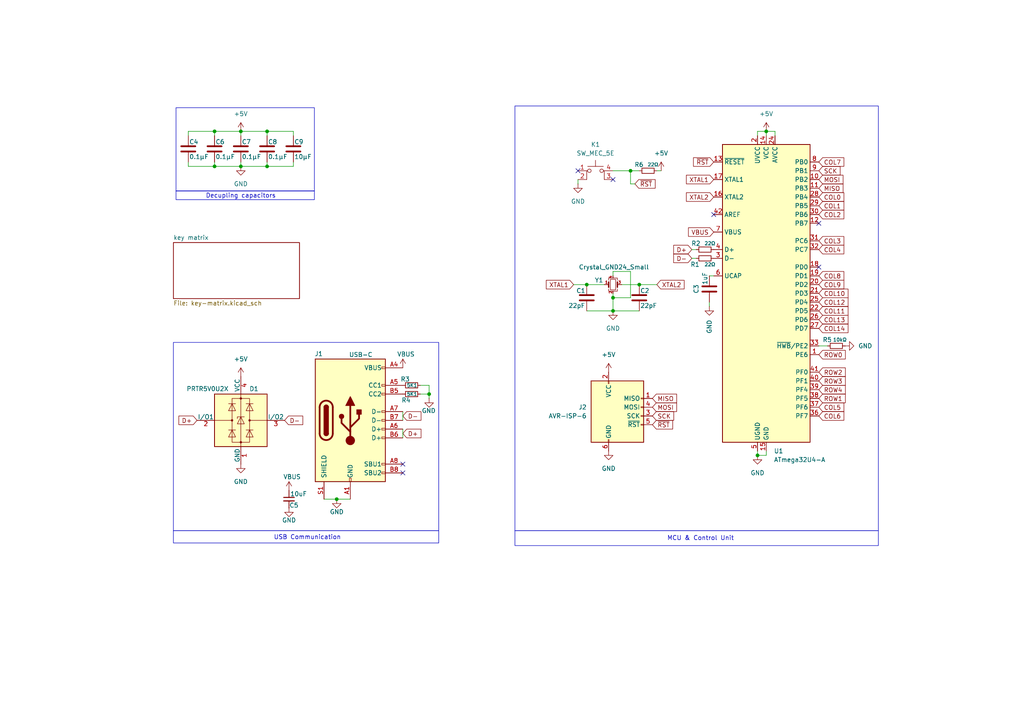
<source format=kicad_sch>
(kicad_sch (version 20231120) (generator "eeschema") (generator_version "8.0")
  (paper "A4")
  (lib_symbols
    (symbol "Connector:AVR-ISP-6" (pin_names (offset 1.016))
      (property "Reference" "J" (at -6.35 11.43 0))
      (property "Value" "AVR-ISP-6" (at 0 11.43 0))
      (symbol "AVR-ISP-6_0_1"
        (rectangle (start -2.667 -6.858) (end -2.413 -7.62))
        (rectangle (start -2.667 10.16) (end -2.413 9.398))
        (rectangle (start 7.62 -2.413) (end 6.858 -2.667))
        (rectangle (start 7.62 0.127) (end 6.858 -0.127))
        (rectangle (start 7.62 2.667) (end 6.858 2.413))
        (rectangle (start 7.62 5.207) (end 6.858 4.953))
        (rectangle (start 7.62 10.16) (end -7.62 -7.62) (stroke (width 0.254)) (fill (type background)))
      )
      (symbol "AVR-ISP-6_1_1"
        (pin passive line (at 10.16 5.08 180) (length 2.54) (name "MISO") (number "1"))
        (pin passive line (at -2.54 12.7 270) (length 2.54) (name "VCC") (number "2"))
        (pin passive line (at 10.16 0 180) (length 2.54) (name "SCK") (number "3"))
        (pin passive line (at 10.16 2.54 180) (length 2.54) (name "MOSI") (number "4"))
        (pin passive line (at 10.16 -2.54 180) (length 2.54) (name "~{RST}") (number "5"))
        (pin passive line (at -2.54 -10.16 90) (length 2.54) (name "GND") (number "6"))
      )
    )
    (symbol "Connector:USB_C_Receptacle_USB2.0" (pin_names (offset 1.016))
      (property "Reference" "J" (at -10.16 19.05 0))
      (property "Value" "USB_C_Receptacle_USB2.0" (at 19.05 19.05 0))
      (symbol "USB_C_Receptacle_USB2.0_0_0"
        (rectangle (start -0.254 -17.78) (end 0.254 -16.764))
        (rectangle (start 10.16 -14.986) (end 9.144 -15.494))
        (rectangle (start 10.16 -12.446) (end 9.144 -12.954))
        (rectangle (start 10.16 -4.826) (end 9.144 -5.334))
        (rectangle (start 10.16 -2.286) (end 9.144 -2.794))
        (rectangle (start 10.16 0.254) (end 9.144 -0.254))
        (rectangle (start 10.16 2.794) (end 9.144 2.286))
        (rectangle (start 10.16 7.874) (end 9.144 7.366))
        (rectangle (start 10.16 10.414) (end 9.144 9.906))
        (rectangle (start 10.16 15.494) (end 9.144 14.986))
      )
      (symbol "USB_C_Receptacle_USB2.0_0_1"
        (rectangle (start -10.16 17.78) (end 10.16 -17.78) (stroke (width 0.254)) (fill (type background)))
        (arc (start -8.89 -3.81) (mid -6.985 -5.7067) (end -5.08 -3.81) (stroke (width 0.508)))
        (arc (start -7.62 -3.81) (mid -6.985 -4.4423) (end -6.35 -3.81) (stroke (width 0.254)))
        (arc (start -7.62 -3.81) (mid -6.985 -4.4423) (end -6.35 -3.81) (stroke (width 0.254)) (fill (type outline)))
        (rectangle (start -7.62 -3.81) (end -6.35 3.81) (stroke (width 0.254)) (fill (type outline)))
        (arc (start -6.35 3.81) (mid -6.985 4.4423) (end -7.62 3.81) (stroke (width 0.254)))
        (arc (start -6.35 3.81) (mid -6.985 4.4423) (end -7.62 3.81) (stroke (width 0.254)) (fill (type outline)))
        (arc (start -5.08 3.81) (mid -6.985 5.7067) (end -8.89 3.81) (stroke (width 0.508)))
        (circle (center -2.54 1.143) (radius 0.635) (stroke (width 0.254)) (fill (type outline)))
        (circle (center 0 -5.842) (radius 1.27) (fill (type outline)))
        (polyline (pts (xy -8.89 -3.81) (xy -8.89 3.81)) (stroke (width 0.508)))
        (polyline (pts (xy -5.08 3.81) (xy -5.08 -3.81)) (stroke (width 0.508)))
        (polyline (pts (xy 0 -5.842) (xy 0 4.318)) (stroke (width 0.508)))
        (polyline (pts (xy 0 -3.302) (xy -2.54 -0.762) (xy -2.54 0.508)) (stroke (width 0.508)))
        (polyline (pts (xy 0 -2.032) (xy 2.54 0.508) (xy 2.54 1.778)) (stroke (width 0.508)))
        (polyline (pts (xy -1.27 4.318) (xy 0 6.858) (xy 1.27 4.318) (xy -1.27 4.318)) (stroke (width 0.254)) (fill (type outline)))
        (rectangle (start 1.905 1.778) (end 3.175 3.048) (stroke (width 0.254)) (fill (type outline)))
      )
      (symbol "USB_C_Receptacle_USB2.0_1_1"
        (pin passive line (at 0 -22.86 90) (length 5.08) (name "GND") (number "A1"))
        (pin passive line (at 0 -22.86 90) (length 5.08) hide (name "GND") (number "A12"))
        (pin passive line (at 15.24 15.24 180) (length 5.08) (name "VBUS") (number "A4"))
        (pin bidirectional line (at 15.24 10.16 180) (length 5.08) (name "CC1") (number "A5"))
        (pin bidirectional line (at 15.24 -2.54 180) (length 5.08) (name "D+") (number "A6"))
        (pin bidirectional line (at 15.24 2.54 180) (length 5.08) (name "D-") (number "A7"))
        (pin bidirectional line (at 15.24 -12.7 180) (length 5.08) (name "SBU1") (number "A8"))
        (pin passive line (at 15.24 15.24 180) (length 5.08) hide (name "VBUS") (number "A9"))
        (pin passive line (at 0 -22.86 90) (length 5.08) hide (name "GND") (number "B1"))
        (pin passive line (at 0 -22.86 90) (length 5.08) hide (name "GND") (number "B12"))
        (pin passive line (at 15.24 15.24 180) (length 5.08) hide (name "VBUS") (number "B4"))
        (pin bidirectional line (at 15.24 7.62 180) (length 5.08) (name "CC2") (number "B5"))
        (pin bidirectional line (at 15.24 -5.08 180) (length 5.08) (name "D+") (number "B6"))
        (pin bidirectional line (at 15.24 0 180) (length 5.08) (name "D-") (number "B7"))
        (pin bidirectional line (at 15.24 -15.24 180) (length 5.08) (name "SBU2") (number "B8"))
        (pin passive line (at 15.24 15.24 180) (length 5.08) hide (name "VBUS") (number "B9"))
        (pin passive line (at -7.62 -22.86 90) (length 5.08) (name "SHIELD") (number "S1"))
      )
    )
    (symbol "Device:C" (pin_numbers hide) (pin_names (offset 0.254))
      (property "Reference" "C" (at 0.635 2.54 0))
      (property "Value" "C" (at 0.635 -2.54 0))
      (symbol "C_0_1"
        (polyline (pts (xy -2.032 -0.762) (xy 2.032 -0.762)) (stroke (width 0.508)))
        (polyline (pts (xy -2.032 0.762) (xy 2.032 0.762)) (stroke (width 0.508)))
      )
      (symbol "C_1_1"
        (pin passive line (at 0 3.81 270) (length 2.794) (name "~") (number "1"))
        (pin passive line (at 0 -3.81 90) (length 2.794) (name "~") (number "2"))
      )
    )
    (symbol "Device:C_Small" (pin_numbers hide) (pin_names (offset 0.254) hide)
      (property "Reference" "C" (at 0.254 1.778 0))
      (property "Value" "C_Small" (at 0.254 -2.032 0))
      (symbol "C_Small_0_1"
        (polyline (pts (xy -1.524 -0.508) (xy 1.524 -0.508)) (stroke (width 0.3302)))
        (polyline (pts (xy -1.524 0.508) (xy 1.524 0.508)) (stroke (width 0.3048)))
      )
      (symbol "C_Small_1_1"
        (pin passive line (at 0 2.54 270) (length 2.032) (name "~") (number "1"))
        (pin passive line (at 0 -2.54 90) (length 2.032) (name "~") (number "2"))
      )
    )
    (symbol "Device:Crystal_GND24_Small" (pin_names (offset 1.016) hide)
      (property "Reference" "Y" (at 1.27 4.445 0))
      (property "Value" "Crystal_GND24_Small" (at 1.27 2.54 0))
      (symbol "Crystal_GND24_Small_0_1"
        (rectangle (start -0.762 -1.524) (end 0.762 1.524))
        (polyline (pts (xy -1.27 -0.762) (xy -1.27 0.762)) (stroke (width 0.381)))
        (polyline (pts (xy 1.27 -0.762) (xy 1.27 0.762)) (stroke (width 0.381)))
        (polyline (pts (xy -1.27 -1.27) (xy -1.27 -1.905) (xy 1.27 -1.905) (xy 1.27 -1.27)))
        (polyline (pts (xy -1.27 1.27) (xy -1.27 1.905) (xy 1.27 1.905) (xy 1.27 1.27)))
      )
      (symbol "Crystal_GND24_Small_1_1"
        (pin passive line (at -2.54 0 0) (length 1.27) (name "1") (number "1"))
        (pin passive line (at 0 -2.54 90) (length 0.635) (name "2") (number "2"))
        (pin passive line (at 2.54 0 180) (length 1.27) (name "3") (number "3"))
        (pin passive line (at 0 2.54 270) (length 0.635) (name "4") (number "4"))
      )
    )
    (symbol "Device:R_Small" (pin_numbers hide) (pin_names (offset 0.254) hide)
      (property "Reference" "R" (at 0.762 0.508 0))
      (property "Value" "R_Small" (at 0.762 -1.016 0))
      (symbol "R_Small_0_1"
        (rectangle (start -0.762 1.778) (end 0.762 -1.778) (stroke (width 0.2032)))
      )
      (symbol "R_Small_1_1"
        (pin passive line (at 0 2.54 270) (length 0.762) (name "~") (number "1"))
        (pin passive line (at 0 -2.54 90) (length 0.762) (name "~") (number "2"))
      )
    )
    (symbol "MCU_Microchip_ATmega:ATmega32U4-A"
      (property "Reference" "U" (at -12.7 44.45 0))
      (property "Value" "ATmega32U4-A" (at 2.54 -44.45 0))
      (symbol "ATmega32U4-A_0_1"
        (rectangle (start -12.7 -43.18) (end 12.7 43.18) (stroke (width 0.254)) (fill (type background)))
      )
      (symbol "ATmega32U4-A_1_1"
        (pin bidirectional line (at 15.24 -17.78 180) (length 2.54) (name "PE6") (number "1"))
        (pin bidirectional line (at 15.24 33.02 180) (length 2.54) (name "PB2") (number "10"))
        (pin bidirectional line (at 15.24 30.48 180) (length 2.54) (name "PB3") (number "11"))
        (pin bidirectional line (at 15.24 20.32 180) (length 2.54) (name "PB7") (number "12"))
        (pin input line (at -15.24 38.1 0) (length 2.54) (name "~{RESET}") (number "13"))
        (pin power_in line (at 0 45.72 270) (length 2.54) (name "VCC") (number "14"))
        (pin power_in line (at 0 -45.72 90) (length 2.54) (name "GND") (number "15"))
        (pin output line (at -15.24 27.94 0) (length 2.54) (name "XTAL2") (number "16"))
        (pin input line (at -15.24 33.02 0) (length 2.54) (name "XTAL1") (number "17"))
        (pin bidirectional line (at 15.24 7.62 180) (length 2.54) (name "PD0") (number "18"))
        (pin bidirectional line (at 15.24 5.08 180) (length 2.54) (name "PD1") (number "19"))
        (pin power_in line (at -2.54 45.72 270) (length 2.54) (name "UVCC") (number "2"))
        (pin bidirectional line (at 15.24 2.54 180) (length 2.54) (name "PD2") (number "20"))
        (pin bidirectional line (at 15.24 0 180) (length 2.54) (name "PD3") (number "21"))
        (pin bidirectional line (at 15.24 -5.08 180) (length 2.54) (name "PD5") (number "22"))
        (pin passive line (at 0 -45.72 90) (length 2.54) hide (name "GND") (number "23"))
        (pin power_in line (at 2.54 45.72 270) (length 2.54) (name "AVCC") (number "24"))
        (pin bidirectional line (at 15.24 -2.54 180) (length 2.54) (name "PD4") (number "25"))
        (pin bidirectional line (at 15.24 -7.62 180) (length 2.54) (name "PD6") (number "26"))
        (pin bidirectional line (at 15.24 -10.16 180) (length 2.54) (name "PD7") (number "27"))
        (pin bidirectional line (at 15.24 27.94 180) (length 2.54) (name "PB4") (number "28"))
        (pin bidirectional line (at 15.24 25.4 180) (length 2.54) (name "PB5") (number "29"))
        (pin bidirectional line (at -15.24 10.16 0) (length 2.54) (name "D-") (number "3"))
        (pin bidirectional line (at 15.24 22.86 180) (length 2.54) (name "PB6") (number "30"))
        (pin bidirectional line (at 15.24 15.24 180) (length 2.54) (name "PC6") (number "31"))
        (pin bidirectional line (at 15.24 12.7 180) (length 2.54) (name "PC7") (number "32"))
        (pin bidirectional line (at 15.24 -15.24 180) (length 2.54) (name "~{HWB}/PE2") (number "33"))
        (pin passive line (at 0 45.72 270) (length 2.54) hide (name "VCC") (number "34"))
        (pin passive line (at 0 -45.72 90) (length 2.54) hide (name "GND") (number "35"))
        (pin bidirectional line (at 15.24 -35.56 180) (length 2.54) (name "PF7") (number "36"))
        (pin bidirectional line (at 15.24 -33.02 180) (length 2.54) (name "PF6") (number "37"))
        (pin bidirectional line (at 15.24 -30.48 180) (length 2.54) (name "PF5") (number "38"))
        (pin bidirectional line (at 15.24 -27.94 180) (length 2.54) (name "PF4") (number "39"))
        (pin bidirectional line (at -15.24 12.7 0) (length 2.54) (name "D+") (number "4"))
        (pin bidirectional line (at 15.24 -25.4 180) (length 2.54) (name "PF1") (number "40"))
        (pin bidirectional line (at 15.24 -22.86 180) (length 2.54) (name "PF0") (number "41"))
        (pin passive line (at -15.24 22.86 0) (length 2.54) (name "AREF") (number "42"))
        (pin passive line (at 0 -45.72 90) (length 2.54) hide (name "GND") (number "43"))
        (pin passive line (at 2.54 45.72 270) (length 2.54) hide (name "AVCC") (number "44"))
        (pin passive line (at -2.54 -45.72 90) (length 2.54) (name "UGND") (number "5"))
        (pin passive line (at -15.24 5.08 0) (length 2.54) (name "UCAP") (number "6"))
        (pin input line (at -15.24 17.78 0) (length 2.54) (name "VBUS") (number "7"))
        (pin bidirectional line (at 15.24 38.1 180) (length 2.54) (name "PB0") (number "8"))
        (pin bidirectional line (at 15.24 35.56 180) (length 2.54) (name "PB1") (number "9"))
      )
    )
    (symbol "Power_Protection:PRTR5V0U2X" (pin_names (offset 0))
      (property "Reference" "D" (at 2.794 8.636 0))
      (property "Value" "PRTR5V0U2X" (at 8.128 -9.398 0))
      (symbol "PRTR5V0U2X_0_1"
        (rectangle (start -7.62 -7.62) (end 7.62 7.62) (stroke (width 0.254)) (fill (type background)))
        (circle (center -2.54 0) (radius 0.254) (fill (type outline)))
        (rectangle (start -2.54 6.35) (end 2.54 -6.35))
        (circle (center 0 -6.35) (radius 0.254) (fill (type outline)))
        (polyline (pts (xy -2.54 0) (xy -7.62 0)))
        (polyline (pts (xy -1.524 -2.794) (xy -3.556 -2.794)))
        (polyline (pts (xy -1.524 4.826) (xy -3.556 4.826)))
        (polyline (pts (xy 0 -7.62) (xy 0 7.62)))
        (polyline (pts (xy 1.524 -2.794) (xy 3.556 -2.794)))
        (polyline (pts (xy 1.524 4.826) (xy 3.556 4.826)))
        (polyline (pts (xy 2.54 0) (xy 7.62 0)))
        (polyline (pts (xy 1.016 1.016) (xy -1.016 1.016) (xy -1.016 0.508)))
        (polyline (pts (xy -3.556 -4.826) (xy -1.524 -4.826) (xy -2.54 -2.794) (xy -3.556 -4.826)))
        (polyline (pts (xy -3.556 2.794) (xy -1.524 2.794) (xy -2.54 4.826) (xy -3.556 2.794)))
        (polyline (pts (xy -1.016 -1.016) (xy 1.016 -1.016) (xy 0 1.016) (xy -1.016 -1.016)))
        (polyline (pts (xy 3.556 -4.826) (xy 1.524 -4.826) (xy 2.54 -2.794) (xy 3.556 -4.826)))
        (polyline (pts (xy 3.556 2.794) (xy 1.524 2.794) (xy 2.54 4.826) (xy 3.556 2.794)))
        (circle (center 0 6.35) (radius 0.254) (fill (type outline)))
        (circle (center 2.54 0) (radius 0.254) (fill (type outline)))
      )
      (symbol "PRTR5V0U2X_1_1"
        (pin passive line (at 0 -12.7 90) (length 5.08) (name "GND") (number "1"))
        (pin passive line (at -12.7 0 0) (length 5.08) (name "I/O1") (number "2"))
        (pin passive line (at 12.7 0 180) (length 5.08) (name "I/O2") (number "3"))
        (pin passive line (at 0 12.7 270) (length 5.08) (name "VCC") (number "4"))
      )
    )
    (symbol "Switch:SW_MEC_5E" (pin_names (offset 1.016) hide)
      (property "Reference" "SW" (at 0.635 5.715 0))
      (property "Value" "SW_MEC_5E" (at 0 -3.175 0))
      (symbol "SW_MEC_5E_0_1"
        (circle (center -1.778 2.54) (radius 0.508))
        (polyline (pts (xy -2.286 3.81) (xy 2.286 3.81)))
        (polyline (pts (xy 0 3.81) (xy 0 5.588)))
        (polyline (pts (xy -2.54 0) (xy -2.54 2.54) (xy -2.286 2.54)))
        (polyline (pts (xy 2.54 0) (xy 2.54 2.54) (xy 2.286 2.54)))
        (circle (center 1.778 2.54) (radius 0.508))
        (pin passive line (at -5.08 2.54 0) (length 2.54) (name "1") (number "1"))
        (pin passive line (at -5.08 0 0) (length 2.54) (name "2") (number "2"))
        (pin passive line (at 5.08 0 180) (length 2.54) (name "K") (number "3"))
        (pin passive line (at 5.08 2.54 180) (length 2.54) (name "A") (number "4"))
      )
    )
    (symbol "power:+5V" (power) (pin_numbers hide) (pin_names (offset 0) hide)
      (property "Value" "+5V" (at 0 3.556 0))
      (symbol "+5V_0_1"
        (polyline (pts (xy -0.762 1.27) (xy 0 2.54)))
        (polyline (pts (xy 0 0) (xy 0 2.54)))
        (polyline (pts (xy 0 2.54) (xy 0.762 1.27)))
      )
      (symbol "+5V_1_1"
        (pin power_in line (at 0 0 90) (length 0) (name "~") (number "1"))
      )
    )
    (symbol "power:GND" (power) (pin_numbers hide) (pin_names (offset 0) hide)
      (property "Value" "GND" (at 0 -3.81 0))
      (symbol "GND_0_1"
        (polyline (pts (xy 0 0) (xy 0 -1.27) (xy 1.27 -1.27) (xy 0 -2.54) (xy -1.27 -1.27) (xy 0 -1.27)))
      )
      (symbol "GND_1_1"
        (pin power_in line (at 0 0 270) (length 0) (name "~") (number "1"))
      )
    )
    (symbol "power:VBUS" (power) (pin_names (offset 0))
      (property "Value" "VBUS" (at 0 3.81 0))
      (symbol "VBUS_0_1"
        (polyline (pts (xy -0.762 1.27) (xy 0 2.54)))
        (polyline (pts (xy 0 0) (xy 0 2.54)))
        (polyline (pts (xy 0 2.54) (xy 0.762 1.27)))
      )
      (symbol "VBUS_1_1"
        (pin power_in line (at 0 0 90) (length 0) hide (name "VBUS") (number "1"))
      )
    )
  )
  (junction (at 222.25 38.1))
  (junction (at 62.23 38.1))
  (junction (at 124.46 114.3))
  (junction (at 177.8 90.17))
  (junction (at 185.42 82.55))
  (junction (at 170.18 82.55))
  (junction (at 97.663 144.78))
  (junction (at 69.85 48.26))
  (junction (at 219.71 132.08))
  (junction (at 77.47 48.26))
  (junction (at 77.47 38.1))
  (junction (at 177.8 86.36))
  (junction (at 182.88 49.53))
  (junction (at 69.85 38.1))
  (junction (at 62.23 48.26))
  (no_connect (at 177.8 52.07))
  (no_connect (at 116.84 134.62))
  (no_connect (at 207.01 62.23))
  (no_connect (at 237.49 77.47))
  (no_connect (at 167.64 49.53))
  (no_connect (at 237.49 64.77))
  (no_connect (at 116.84 137.16))
  (wire (pts (xy 54.61 48.26) (xy 62.23 48.26)))
  (wire (pts (xy 222.25 38.1) (xy 222.25 39.37)))
  (wire (pts (xy 54.61 38.1) (xy 62.23 38.1)))
  (wire (pts (xy 185.42 82.55) (xy 190.5 82.55)))
  (wire (pts (xy 182.88 78.74) (xy 182.88 86.36)))
  (wire (pts (xy 222.25 132.08) (xy 219.71 132.08)))
  (wire (pts (xy 69.85 38.1) (xy 77.47 38.1)))
  (wire (pts (xy 205.74 87.63) (xy 205.74 88.9)))
  (wire (pts (xy 124.46 111.76) (xy 121.92 111.76)))
  (wire (pts (xy 62.23 38.1) (xy 69.85 38.1)))
  (wire (pts (xy 93.98 144.78) (xy 97.663 144.78)))
  (wire (pts (xy 224.79 38.1) (xy 224.79 39.37)))
  (wire (pts (xy 85.09 38.1) (xy 85.09 39.37)))
  (wire (pts (xy 184.15 53.34) (xy 182.88 53.34)))
  (wire (pts (xy 219.71 132.08) (xy 219.71 130.81)))
  (wire (pts (xy 177.8 78.74) (xy 182.88 78.74)))
  (wire (pts (xy 124.46 114.3) (xy 121.92 114.3)))
  (wire (pts (xy 54.61 39.37) (xy 54.61 38.1)))
  (wire (pts (xy 62.23 46.99) (xy 62.23 48.26)))
  (wire (pts (xy 124.46 111.76) (xy 124.46 114.3)))
  (wire (pts (xy 222.25 130.81) (xy 222.25 132.08)))
  (wire (pts (xy 219.71 38.1) (xy 219.71 39.37)))
  (wire (pts (xy 182.88 49.53) (xy 182.88 53.34)))
  (wire (pts (xy 167.64 52.07) (xy 167.64 53.34)))
  (wire (pts (xy 177.8 86.36) (xy 182.88 86.36)))
  (wire (pts (xy 69.85 46.99) (xy 69.85 48.26)))
  (wire (pts (xy 170.18 90.17) (xy 177.8 90.17)))
  (wire (pts (xy 69.85 38.1) (xy 69.85 39.37)))
  (wire (pts (xy 177.8 49.53) (xy 182.88 49.53)))
  (wire (pts (xy 77.47 46.99) (xy 77.47 48.26)))
  (wire (pts (xy 85.09 48.26) (xy 85.09 46.99)))
  (wire (pts (xy 97.663 144.78) (xy 101.6 144.78)))
  (wire (pts (xy 124.46 115.57) (xy 124.46 114.3)))
  (wire (pts (xy 170.18 82.55) (xy 175.26 82.55)))
  (wire (pts (xy 205.74 80.01) (xy 207.01 80.01)))
  (wire (pts (xy 62.23 38.1) (xy 62.23 39.37)))
  (wire (pts (xy 177.8 86.36) (xy 177.8 90.17)))
  (wire (pts (xy 200.66 74.93) (xy 201.93 74.93)))
  (wire (pts (xy 222.25 38.1) (xy 219.71 38.1)))
  (wire (pts (xy 69.85 48.26) (xy 77.47 48.26)))
  (wire (pts (xy 177.8 90.17) (xy 185.42 90.17)))
  (wire (pts (xy 77.47 48.26) (xy 85.09 48.26)))
  (wire (pts (xy 116.84 119.38) (xy 116.84 121.92)))
  (wire (pts (xy 190.5 49.53) (xy 191.77 49.53)))
  (wire (pts (xy 62.23 48.26) (xy 69.85 48.26)))
  (wire (pts (xy 177.8 80.01) (xy 177.8 78.74)))
  (wire (pts (xy 180.34 82.55) (xy 185.42 82.55)))
  (wire (pts (xy 54.61 46.99) (xy 54.61 48.26)))
  (wire (pts (xy 116.84 124.46) (xy 116.84 127)))
  (wire (pts (xy 237.49 100.33) (xy 240.03 100.33)))
  (wire (pts (xy 200.66 72.39) (xy 201.93 72.39)))
  (wire (pts (xy 166.37 82.55) (xy 170.18 82.55)))
  (wire (pts (xy 177.8 85.09) (xy 177.8 86.36)))
  (wire (pts (xy 77.47 38.1) (xy 77.47 39.37)))
  (wire (pts (xy 222.25 38.1) (xy 224.79 38.1)))
  (wire (pts (xy 182.88 49.53) (xy 185.42 49.53)))
  (wire (pts (xy 77.47 38.1) (xy 85.09 38.1)))
  (rectangle (start 51.054 31.242) (end 91.186 55.372))
  (rectangle (start 149.352 153.924) (end 254.762 158.242))
  (rectangle (start 149.352 30.734) (end 254.762 153.924))
  (rectangle (start 50.292 99.314) (end 127.254 153.924))
  (rectangle (start 50.292 153.924) (end 127.254 157.48))
  (rectangle (start 51.054 55.372) (end 91.186 57.912))
  (text "USB Communication" (at 89.154 155.956 0) (effects (font (size 1.27 1.27))))
  (text "Decupling capacitors" (at 69.85 56.896 0) (effects (font (size 1.27 1.27))))
  (text "MCU & Control Unit" (at 203.2 156.21 0) (effects (font (size 1.27 1.27))))
  (global_label "ROW2" (shape input) (at 237.49 107.95 0) (property "Intersheetrefs" "${INTERSHEET_REFS}" (effects (hide yes))))
  (global_label "COL7" (shape input) (at 237.49 46.99 0) (property "Intersheetrefs" "${INTERSHEET_REFS}" (effects (hide yes))))
  (global_label "ROW1" (shape input) (at 237.49 115.57 0) (property "Intersheetrefs" "${INTERSHEET_REFS}" (effects (hide yes))))
  (global_label "ROW0" (shape input) (at 237.49 102.87 0) (property "Intersheetrefs" "${INTERSHEET_REFS}" (effects (hide yes))))
  (global_label "COL3" (shape input) (at 237.49 69.85 0) (property "Intersheetrefs" "${INTERSHEET_REFS}" (effects (hide yes))))
  (global_label "~{RST}" (shape input) (at 189.23 123.19 0) (property "Intersheetrefs" "${INTERSHEET_REFS}" (effects (hide yes))))
  (global_label "D+" (shape input) (at 200.66 72.39 180) (property "Intersheetrefs" "${INTERSHEET_REFS}" (effects (hide yes))))
  (global_label "COL1" (shape input) (at 237.49 59.69 0) (property "Intersheetrefs" "${INTERSHEET_REFS}" (effects (hide yes))))
  (global_label "COL13" (shape input) (at 237.49 92.71 0) (property "Intersheetrefs" "${INTERSHEET_REFS}" (effects (hide yes))))
  (global_label "D-" (shape input) (at 200.66 74.93 180) (property "Intersheetrefs" "${INTERSHEET_REFS}" (effects (hide yes))))
  (global_label "MOSI" (shape input) (at 237.49 52.07 0) (property "Intersheetrefs" "${INTERSHEET_REFS}" (effects (hide yes))))
  (global_label "ROW4" (shape input) (at 237.49 113.03 0) (property "Intersheetrefs" "${INTERSHEET_REFS}" (effects (hide yes))))
  (global_label "COL0" (shape input) (at 237.49 57.15 0) (property "Intersheetrefs" "${INTERSHEET_REFS}" (effects (hide yes))))
  (global_label "~{RST}" (shape input) (at 207.01 46.99 180) (property "Intersheetrefs" "${INTERSHEET_REFS}" (effects (hide yes))))
  (global_label "COL14" (shape input) (at 237.49 95.25 0) (property "Intersheetrefs" "${INTERSHEET_REFS}" (effects (hide yes))))
  (global_label "COL5" (shape input) (at 237.49 118.11 0) (property "Intersheetrefs" "${INTERSHEET_REFS}" (effects (hide yes))))
  (global_label "D+" (shape input) (at 116.84 125.73 0) (property "Intersheetrefs" "${INTERSHEET_REFS}" (effects (hide yes))))
  (global_label "COL2" (shape input) (at 237.49 62.23 0) (property "Intersheetrefs" "${INTERSHEET_REFS}" (effects (hide yes))))
  (global_label "COL8" (shape input) (at 237.49 80.01 0) (property "Intersheetrefs" "${INTERSHEET_REFS}" (effects (hide yes))))
  (global_label "~{RST}" (shape input) (at 184.15 53.34 0) (property "Intersheetrefs" "${INTERSHEET_REFS}" (effects (hide yes))))
  (global_label "MISO" (shape input) (at 189.23 115.57 0) (property "Intersheetrefs" "${INTERSHEET_REFS}" (effects (hide yes))))
  (global_label "COL11" (shape input) (at 237.49 90.17 0) (property "Intersheetrefs" "${INTERSHEET_REFS}" (effects (hide yes))))
  (global_label "MOSI" (shape input) (at 189.23 118.11 0) (property "Intersheetrefs" "${INTERSHEET_REFS}" (effects (hide yes))))
  (global_label "COL12" (shape input) (at 237.49 87.63 0) (property "Intersheetrefs" "${INTERSHEET_REFS}" (effects (hide yes))))
  (global_label "COL10" (shape input) (at 237.49 85.09 0) (property "Intersheetrefs" "${INTERSHEET_REFS}" (effects (hide yes))))
  (global_label "COL6" (shape input) (at 237.49 120.65 0) (property "Intersheetrefs" "${INTERSHEET_REFS}" (effects (hide yes))))
  (global_label "XTAL1" (shape input) (at 166.37 82.55 180) (property "Intersheetrefs" "${INTERSHEET_REFS}" (effects (hide yes))))
  (global_label "XTAL1" (shape input) (at 207.01 52.07 180) (property "Intersheetrefs" "${INTERSHEET_REFS}" (effects (hide yes))))
  (global_label "XTAL2" (shape input) (at 207.01 57.15 180) (property "Intersheetrefs" "${INTERSHEET_REFS}" (effects (hide yes))))
  (global_label "D-" (shape input) (at 82.55 121.92 0) (property "Intersheetrefs" "${INTERSHEET_REFS}" (effects (hide yes))))
  (global_label "SCK" (shape input) (at 237.49 49.53 0) (property "Intersheetrefs" "${INTERSHEET_REFS}" (effects (hide yes))))
  (global_label "COL4" (shape input) (at 237.49 72.39 0) (property "Intersheetrefs" "${INTERSHEET_REFS}" (effects (hide yes))))
  (global_label "MISO" (shape input) (at 237.49 54.61 0) (property "Intersheetrefs" "${INTERSHEET_REFS}" (effects (hide yes))))
  (global_label "SCK" (shape input) (at 189.23 120.65 0) (property "Intersheetrefs" "${INTERSHEET_REFS}" (effects (hide yes))))
  (global_label "D-" (shape input) (at 116.84 120.65 0) (property "Intersheetrefs" "${INTERSHEET_REFS}" (effects (hide yes))))
  (global_label "XTAL2" (shape input) (at 190.5 82.55 0) (property "Intersheetrefs" "${INTERSHEET_REFS}" (effects (hide yes))))
  (global_label "ROW3" (shape input) (at 237.49 110.49 0) (property "Intersheetrefs" "${INTERSHEET_REFS}" (effects (hide yes))))
  (global_label "VBUS" (shape input) (at 207.01 67.31 180) (property "Intersheetrefs" "${INTERSHEET_REFS}" (effects (hide yes))))
  (global_label "D+" (shape input) (at 57.15 121.92 180) (property "Intersheetrefs" "${INTERSHEET_REFS}" (effects (hide yes))))
  (global_label "COL9" (shape input) (at 237.49 82.55 0) (property "Intersheetrefs" "${INTERSHEET_REFS}" (effects (hide yes))))
  (symbol (lib_id "power:+5V") (at 69.85 109.22 0) (unit 1)
    (property "Reference" "#PWR019" (effects (hide yes)))
    (property "Value" "+5V" (at 69.85 104.14 0))
    (property "Description" "Power symbol creates a global label with name \"+5V\"" (effects (hide yes)))
  )
  (symbol (lib_id "Device:C") (at 205.74 83.82 180) (unit 1)
    (property "Reference" "C3" (at 201.93 83.82 90))
    (property "Value" "1uF" (at 204.47 80.772 90))
    (property "Footprint" "Capacitor_SMD:C_0805_2012Metric_Pad1.18x1.45mm_HandSolder" (effects (hide yes)))
    (property "Description" "Unpolarized capacitor" (effects (hide yes)))
  )
  (symbol (lib_id "power:GND") (at 124.46 115.57 0) (unit 1)
    (property "Reference" "#PWR09" (effects (hide yes)))
    (property "Value" "GND" (at 122.301 119.126 0) (effects (justify left)))
  )
  (symbol (lib_id "power:+5V") (at 191.77 49.53 0) (unit 1)
    (property "Reference" "#PWR014" (effects (hide yes)))
    (property "Value" "+5V" (at 191.77 44.45 0))
    (property "Description" "Power symbol creates a global label with name \"+5V\"" (effects (hide yes)))
  )
  (symbol (lib_id "Device:Crystal_GND24_Small") (at 177.8 82.55 0) (unit 1)
    (property "Reference" "Y1" (at 173.736 81.28 0))
    (property "Value" "Crystal_GND24_Small" (at 178.054 77.47 0))
    (property "Footprint" "Crystal:Crystal_HC49-U-3Pin_Vertical" (effects (hide yes)))
    (property "Description" "Four pin crystal, GND on pins 2 and 4, small symbol" (effects (hide yes)))
  )
  (symbol (lib_id "Device:C") (at 77.47 43.18 0) (unit 1)
    (property "Reference" "C8" (at 77.724 41.148 0) (effects (justify left)))
    (property "Value" "0.1μF" (at 77.724 45.466 0) (effects (justify left)))
    (property "Footprint" "Capacitor_SMD:C_0805_2012Metric_Pad1.18x1.45mm_HandSolder" (effects (hide yes)))
    (property "Description" "Unpolarized capacitor" (effects (hide yes)))
  )
  (symbol (lib_id "power:GND") (at 69.85 134.62 0) (unit 1)
    (property "Reference" "#PWR017" (effects (hide yes)))
    (property "Value" "GND" (at 69.85 139.7 0))
    (property "Description" "Power symbol creates a global label with name \"GND\" , ground" (effects (hide yes)))
  )
  (symbol (lib_id "Device:R_Small") (at 204.47 74.93 90) (unit 1)
    (property "Reference" "R1" (at 202.946 76.708 90) (effects (justify left)))
    (property "Value" "22Ω" (at 207.518 76.708 90) (effects (font (size 1 1)) (justify left)))
    (property "Footprint" "Capacitor_SMD:C_0603_1608Metric_Pad1.08x0.95mm_HandSolder" (effects (hide yes)))
  )
  (symbol (lib_id "Device:C") (at 54.61 43.18 0) (unit 1)
    (property "Reference" "C4" (at 54.864 41.148 0) (effects (justify left)))
    (property "Value" "0.1μF" (at 54.864 45.466 0) (effects (justify left)))
    (property "Footprint" "Capacitor_SMD:C_0805_2012Metric_Pad1.18x1.45mm_HandSolder" (effects (hide yes)))
    (property "Description" "Unpolarized capacitor" (effects (hide yes)))
  )
  (symbol (lib_id "power:VBUS") (at 83.82 142.24 0) (unit 1)
    (property "Reference" "#PWR012" (effects (hide yes)))
    (property "Value" "VBUS" (at 84.709 138.303 0))
  )
  (symbol (lib_id "Connector:USB_C_Receptacle_USB2.0") (at 101.6 121.92 0) (unit 1)
    (property "Reference" "J1" (at 92.456 102.616 0))
    (property "Value" "USB-C" (at 104.648 102.87 0))
    (property "Footprint" "KiCad:GSB1C41110SSHR" (effects (hide yes)))
    (property "Datasheet" "https://www.usb.org/sites/default/files/documents/usb_type-c.zip" (effects (hide yes)))
  )
  (symbol (lib_id "power:+5V") (at 69.85 38.1 0) (unit 1)
    (property "Reference" "#PWR03" (effects (hide yes)))
    (property "Value" "+5V" (at 69.85 33.02 0))
    (property "Description" "Power symbol creates a global label with name \"+5V\"" (effects (hide yes)))
  )
  (symbol (lib_id "power:+5V") (at 176.53 107.95 0) (unit 1)
    (property "Reference" "#PWR010" (effects (hide yes)))
    (property "Value" "+5V" (at 176.53 102.87 0))
    (property "Description" "Power symbol creates a global label with name \"+5V\"" (effects (hide yes)))
  )
  (symbol (lib_id "Device:C") (at 85.09 43.18 0) (unit 1)
    (property "Reference" "C9" (at 85.344 41.148 0) (effects (justify left)))
    (property "Value" "10μF" (at 85.344 45.466 0) (effects (justify left)))
    (property "Footprint" "Capacitor_SMD:C_0805_2012Metric_Pad1.18x1.45mm_HandSolder" (effects (hide yes)))
    (property "Description" "Unpolarized capacitor" (effects (hide yes)))
  )
  (symbol (lib_id "power:GND") (at 83.82 147.32 0) (unit 1)
    (property "Reference" "#PWR013" (effects (hide yes)))
    (property "Value" "GND" (at 81.788 150.876 0) (effects (justify left)))
  )
  (symbol (lib_id "Device:C") (at 62.23 43.18 0) (unit 1)
    (property "Reference" "C6" (at 62.484 41.148 0) (effects (justify left)))
    (property "Value" "0.1μF" (at 62.484 45.466 0) (effects (justify left)))
    (property "Footprint" "Capacitor_SMD:C_0805_2012Metric_Pad1.18x1.45mm_HandSolder" (effects (hide yes)))
    (property "Description" "Unpolarized capacitor" (effects (hide yes)))
  )
  (symbol (lib_id "power:GND") (at 205.74 88.9 0) (unit 1)
    (property "Reference" "#PWR04" (effects (hide yes)))
    (property "Value" "GND" (at 205.7399 92.71 90) (effects (justify right)))
    (property "Description" "Power symbol creates a global label with name \"GND\" , ground" (effects (hide yes)))
  )
  (symbol (lib_id "Device:R_Small") (at 187.96 49.53 90) (unit 1)
    (property "Reference" "R6" (at 186.69 47.752 90) (effects (justify left)))
    (property "Value" "22Ω" (at 191.008 47.752 90) (effects (font (size 1 1)) (justify left)))
    (property "Footprint" "Capacitor_SMD:C_0603_1608Metric_Pad1.08x0.95mm_HandSolder" (effects (hide yes)))
  )
  (symbol (lib_id "power:GND") (at 176.53 130.81 0) (unit 1)
    (property "Reference" "#PWR011" (effects (hide yes)))
    (property "Value" "GND" (at 176.53 135.89 0))
    (property "Description" "Power symbol creates a global label with name \"GND\" , ground" (effects (hide yes)))
  )
  (symbol (lib_id "Device:C") (at 69.85 43.18 0) (unit 1)
    (property "Reference" "C7" (at 70.104 41.148 0) (effects (justify left)))
    (property "Value" "0.1μF" (at 70.104 45.466 0) (effects (justify left)))
    (property "Footprint" "Capacitor_SMD:C_0805_2012Metric_Pad1.18x1.45mm_HandSolder" (effects (hide yes)))
    (property "Description" "Unpolarized capacitor" (effects (hide yes)))
  )
  (symbol (lib_id "power:GND") (at 167.64 53.34 0) (unit 1)
    (property "Reference" "#PWR015" (effects (hide yes)))
    (property "Value" "GND" (at 167.64 58.42 0))
    (property "Description" "Power symbol creates a global label with name \"GND\" , ground" (effects (hide yes)))
  )
  (symbol (lib_id "power:GND") (at 219.71 132.08 0) (unit 1)
    (property "Reference" "#PWR05" (effects (hide yes)))
    (property "Value" "GND" (at 219.71 137.16 0))
    (property "Description" "Power symbol creates a global label with name \"GND\" , ground" (effects (hide yes)))
  )
  (symbol (lib_id "MCU_Microchip_ATmega:ATmega32U4-A") (at 222.25 85.09 0) (unit 1)
    (property "Reference" "U1" (at 224.4441 130.81 0) (effects (justify left)))
    (property "Value" "ATmega32U4-A" (at 224.4441 133.35 0) (effects (justify left)))
    (property "Footprint" "Package_QFP:TQFP-44_10x10mm_P0.8mm" (effects (hide yes)))
    (property "Datasheet" "http://ww1.microchip.com/downloads/en/DeviceDoc/Atmel-7766-8-bit-AVR-ATmega16U4-32U4_Datasheet.pdf" (effects (hide yes)))
    (property "Description" "16MHz, 32kB Flash, 2.5kB SRAM, 1kB EEPROM, USB 2.0, TQFP-44" (effects (hide yes)))
  )
  (symbol (lib_id "Device:C") (at 170.18 86.36 0) (unit 1)
    (property "Reference" "C1" (at 167.132 84.328 0) (effects (justify left)))
    (property "Value" "22pF" (at 164.846 88.646 0) (effects (justify left)))
    (property "Footprint" "Capacitor_SMD:C_0805_2012Metric_Pad1.18x1.45mm_HandSolder" (effects (hide yes)))
    (property "Description" "Unpolarized capacitor" (effects (hide yes)))
  )
  (symbol (lib_id "power:GND") (at 177.8 90.17 0) (unit 1)
    (property "Reference" "#PWR01" (effects (hide yes)))
    (property "Value" "GND" (at 177.8 95.25 0))
    (property "Description" "Power symbol creates a global label with name \"GND\" , ground" (effects (hide yes)))
  )
  (symbol (lib_id "Device:C") (at 185.42 86.36 0) (unit 1)
    (property "Reference" "C2" (at 185.674 84.328 0) (effects (justify left)))
    (property "Value" "22pF" (at 185.674 88.646 0) (effects (justify left)))
    (property "Footprint" "Capacitor_SMD:C_0805_2012Metric_Pad1.18x1.45mm_HandSolder" (effects (hide yes)))
    (property "Description" "Unpolarized capacitor" (effects (hide yes)))
  )
  (symbol (lib_id "Switch:SW_MEC_5E") (at 172.72 52.07 0) (unit 1)
    (property "Reference" "K1" (at 172.72 41.91 0))
    (property "Value" "SW_MEC_5E" (at 172.72 44.45 0))
    (property "Footprint" "Button_Switch_THT:SW_PUSH_6mm" (effects (hide yes)))
    (property "Datasheet" "http://www.apem.com/int/index.php?controller=attachment&id_attachment=1371" (effects (hide yes)))
    (property "Description" "MEC 5E single pole normally-open tactile switch" (effects (hide yes)))
  )
  (symbol (lib_id "Device:R_Small") (at 119.38 114.3 90) (unit 1)
    (property "Reference" "R4" (at 119.126 116.078 90) (effects (justify left)))
    (property "Value" "5K1" (at 121.031 114.3 90) (effects (font (size 1 1)) (justify left)))
    (property "Footprint" "Capacitor_SMD:C_0603_1608Metric_Pad1.08x0.95mm_HandSolder" (effects (hide yes)))
  )
  (symbol (lib_id "power:GND") (at 245.11 100.33 90) (unit 1)
    (property "Reference" "#PWR018" (effects (hide yes)))
    (property "Value" "GND" (at 248.92 100.3299 90) (effects (justify right)))
    (property "Description" "Power symbol creates a global label with name \"GND\" , ground" (effects (hide yes)))
  )
  (symbol (lib_id "Connector:AVR-ISP-6") (at 179.07 120.65 0) (unit 1)
    (property "Reference" "J2" (at 170.18 118.1099 0) (effects (justify right)))
    (property "Value" "AVR-ISP-6" (at 170.18 120.6499 0) (effects (justify right)))
    (property "Footprint" "Connector_PinHeader_1.27mm:PinHeader_1x06_P1.27mm_Vertical" (effects (hide yes)))
    (property "Datasheet" " ~" (effects (hide yes)))
    (property "Description" "Atmel 6-pin ISP connector" (effects (hide yes)))
  )
  (symbol (lib_id "power:+5V") (at 222.25 38.1 0) (unit 1)
    (property "Reference" "#PWR02" (effects (hide yes)))
    (property "Value" "+5V" (at 222.25 33.02 0))
    (property "Description" "Power symbol creates a global label with name \"+5V\"" (effects (hide yes)))
  )
  (symbol (lib_id "Device:R_Small") (at 119.38 111.76 90) (unit 1)
    (property "Reference" "R3" (at 118.872 109.982 90) (effects (justify left)))
    (property "Value" "5K1" (at 121.031 111.76 90) (effects (font (size 1 1)) (justify left)))
    (property "Footprint" "Capacitor_SMD:C_0603_1608Metric_Pad1.08x0.95mm_HandSolder" (effects (hide yes)))
  )
  (symbol (lib_id "Device:R_Small") (at 242.57 100.33 90) (unit 1)
    (property "Reference" "R5" (at 241.3 98.552 90) (effects (justify left)))
    (property "Value" "10kΩ" (at 245.618 98.552 90) (effects (font (size 1 1)) (justify left)))
    (property "Footprint" "Capacitor_SMD:C_0603_1608Metric_Pad1.08x0.95mm_HandSolder" (effects (hide yes)))
  )
  (symbol (lib_id "Device:R_Small") (at 204.47 72.39 90) (unit 1)
    (property "Reference" "R2" (at 203.2 70.612 90) (effects (justify left)))
    (property "Value" "22Ω" (at 207.518 70.612 90) (effects (font (size 1 1)) (justify left)))
    (property "Footprint" "Capacitor_SMD:C_0603_1608Metric_Pad1.08x0.95mm_HandSolder" (effects (hide yes)))
  )
  (symbol (lib_id "Device:C_Small") (at 83.82 144.78 0) (mirror y) (unit 1)
    (property "Reference" "C5" (at 86.614 146.558 0) (effects (justify left)))
    (property "Value" "10uF" (at 89.027 143.256 0) (effects (justify left)))
    (property "Footprint" "Capacitor_SMD:C_0805_2012Metric_Pad1.18x1.45mm_HandSolder" (effects (hide yes)))
  )
  (symbol (lib_id "power:GND") (at 97.663 144.78 0) (unit 1)
    (property "Reference" "#PWR07" (effects (hide yes)))
    (property "Value" "GND" (at 95.631 148.463 0) (effects (justify left)))
  )
  (symbol (lib_id "power:GND") (at 69.85 48.26 0) (unit 1)
    (property "Reference" "#PWR06" (effects (hide yes)))
    (property "Value" "GND" (at 69.85 53.34 0))
    (property "Description" "Power symbol creates a global label with name \"GND\" , ground" (effects (hide yes)))
  )
  (symbol (lib_id "Power_Protection:PRTR5V0U2X") (at 69.85 121.92 0) (unit 1)
    (property "Reference" "D1" (at 73.66 112.776 0))
    (property "Value" "PRTR5V0U2X" (at 60.198 112.776 0))
    (property "Footprint" "Package_TO_SOT_SMD:SOT-143" (effects (hide yes)))
    (property "Datasheet" "https://assets.nexperia.com/documents/data-sheet/PRTR5V0U2X.pdf" (effects (hide yes)))
    (property "Description" "Ultra low capacitance double rail-to-rail ESD protection diode, SOT-143" (effects (hide yes)))
  )
  (symbol (lib_id "power:VBUS") (at 116.84 106.68 0) (unit 1)
    (property "Reference" "#PWR08" (effects (hide yes)))
    (property "Value" "VBUS" (at 117.729 102.743 0))
  )
  (sheet (at 50.292 70.358) (size 36.576 16.256) (stroke (width 0.1524))
    (property "Sheetname" "key matrix" (at 50.292 69.6464 0) (effects (justify left bottom)))
    (property "Sheetfile" "key-matrix.kicad_sch" (at 50.292 87.1986 0) (effects (justify left top)))
  )
)
</source>
